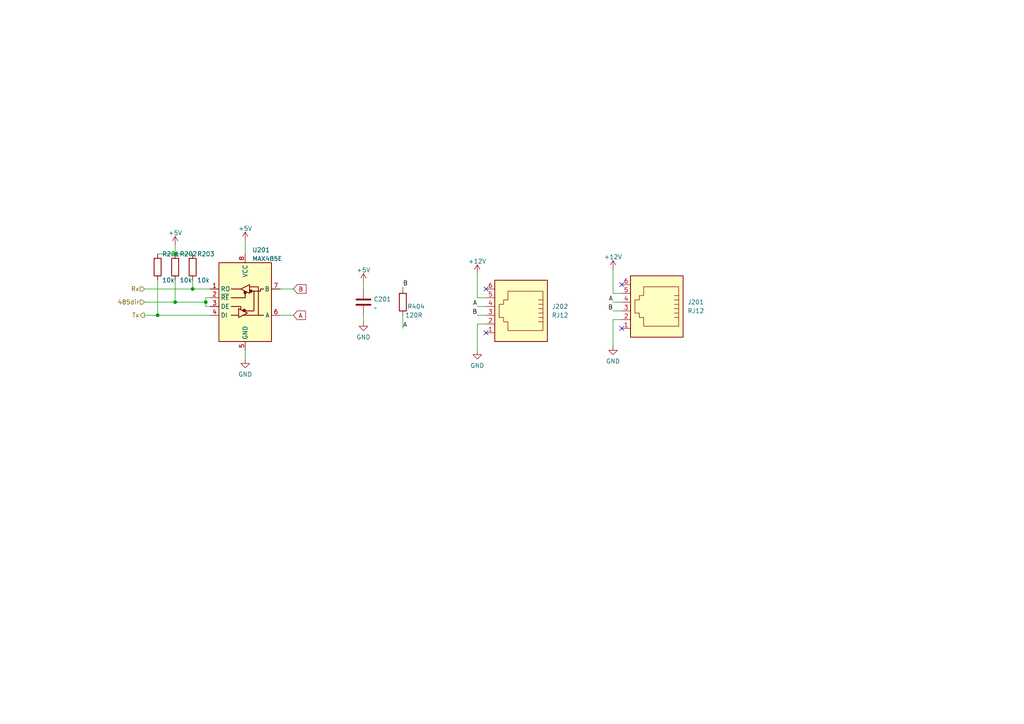
<source format=kicad_sch>
(kicad_sch (version 20211123) (generator eeschema)
  (paper "A4")
  (lib_symbols
    (symbol "Device:C" (pin_numbers hide) (pin_names (offset 0.254))
      (property "Reference" "C" (at 0.635 2.54 0))
      (property "Value" "C" (at 0.635 -2.54 0))
      (symbol "C_0_1"
        (polyline (pts (xy -2.032 -0.762) (xy 2.032 -0.762)) (stroke (width 0.508)))
        (polyline (pts (xy -2.032 0.762) (xy 2.032 0.762)) (stroke (width 0.508)))
      )
      (symbol "C_1_1"
        (pin passive line (at 0 3.81 270) (length 2.794) (name "~") (number "1"))
        (pin passive line (at 0 -3.81 90) (length 2.794) (name "~") (number "2"))
      )
    )
    (symbol "Device:R" (pin_numbers hide) (pin_names (offset 0))
      (property "Reference" "R" (at 2.032 0 90))
      (property "Value" "R" (at 0 0 90))
      (symbol "R_0_1"
        (rectangle (start -1.016 -2.54) (end 1.016 2.54) (stroke (width 0.254)))
      )
      (symbol "R_1_1"
        (pin passive line (at 0 3.81 270) (length 1.27) (name "~") (number "1"))
        (pin passive line (at 0 -3.81 90) (length 1.27) (name "~") (number "2"))
      )
    )
    (symbol "Interface_UART:MAX485E"
      (property "Reference" "U" (at -6.096 11.43 0))
      (property "Value" "MAX485E" (at 0.762 11.43 0))
      (symbol "MAX485E_0_1"
        (rectangle (start -7.62 10.16) (end 7.62 -12.7) (stroke (width 0.254)) (fill (type background)))
        (circle (center -0.3048 -3.683) (radius 0.3556) (stroke (width 0.254)) (fill (type outline)))
        (circle (center -0.0254 1.4986) (radius 0.3556) (stroke (width 0.254)) (fill (type outline)))
        (polyline (pts (xy -4.064 -5.08) (xy -1.905 -5.08)) (stroke (width 0.254)))
        (polyline (pts (xy -4.064 2.54) (xy -1.27 2.54)) (stroke (width 0.254)))
        (polyline (pts (xy -1.27 -3.2004) (xy -1.27 -3.4544)) (stroke (width 0.254)))
        (polyline (pts (xy -0.635 -5.08) (xy 5.334 -5.08)) (stroke (width 0.254)))
        (polyline (pts (xy -4.064 -2.54) (xy -1.27 -2.54) (xy -1.27 -3.175)) (stroke (width 0.254)))
        (polyline (pts (xy 0 1.27) (xy 0 0) (xy -4.064 0)) (stroke (width 0.254)))
        (polyline (pts (xy 1.27 3.175) (xy 3.81 3.175) (xy 3.81 -5.08)) (stroke (width 0.254)))
        (polyline (pts (xy 2.54 1.905) (xy 2.54 -3.81) (xy 0 -3.81)) (stroke (width 0.254)))
        (polyline (pts (xy -1.905 -3.175) (xy -1.905 -5.715) (xy 0.635 -4.445) (xy -1.905 -3.175)) (stroke (width 0.254)))
        (polyline (pts (xy -1.27 2.54) (xy 1.27 3.81) (xy 1.27 1.27) (xy -1.27 2.54)) (stroke (width 0.254)))
        (polyline (pts (xy 1.905 1.905) (xy 4.445 1.905) (xy 4.445 2.54) (xy 5.334 2.54)) (stroke (width 0.254)))
        (rectangle (start 1.27 3.175) (end 1.27 3.175))
        (circle (center 1.651 1.905) (radius 0.3556) (stroke (width 0.254)) (fill (type outline)))
      )
      (symbol "MAX485E_1_1"
        (pin output line (at -10.16 2.54 0) (length 2.54) (name "RO") (number "1"))
        (pin input line (at -10.16 0 0) (length 2.54) (name "~{RE}") (number "2"))
        (pin input line (at -10.16 -2.54 0) (length 2.54) (name "DE") (number "3"))
        (pin input line (at -10.16 -5.08 0) (length 2.54) (name "DI") (number "4"))
        (pin power_in line (at 0 -15.24 90) (length 2.54) (name "GND") (number "5"))
        (pin bidirectional line (at 10.16 -5.08 180) (length 2.54) (name "A") (number "6"))
        (pin bidirectional line (at 10.16 2.54 180) (length 2.54) (name "B") (number "7"))
        (pin power_in line (at 0 12.7 270) (length 2.54) (name "VCC") (number "8"))
      )
    )
    (symbol "custom_kicad_lib_sk:RJ12" (pin_names (offset 1.016))
      (property "Reference" "J" (at -5.08 11.43 0))
      (property "Value" "RJ12" (at 2.54 11.43 0))
      (symbol "RJ12_0_1"
        (polyline (pts (xy -6.35 -1.905) (xy -5.08 -1.905) (xy -5.08 -1.905)))
        (polyline (pts (xy -6.35 -0.635) (xy -5.08 -0.635) (xy -5.08 -0.635)))
        (polyline (pts (xy -6.35 0.635) (xy -5.08 0.635) (xy -5.08 0.635)))
        (polyline (pts (xy -6.35 1.905) (xy -5.08 1.905) (xy -5.08 1.905)))
        (polyline (pts (xy -6.35 3.175) (xy -5.08 3.175) (xy -5.08 3.175)))
        (polyline (pts (xy -5.08 4.445) (xy -6.35 4.445) (xy -6.35 4.445)))
        (polyline (pts (xy -6.35 -4.445) (xy -6.35 6.985) (xy 3.81 6.985) (xy 3.81 4.445) (xy 5.08 4.445) (xy 5.08 3.175) (xy 6.35 3.175) (xy 6.35 -0.635) (xy 5.08 -0.635) (xy 5.08 -1.905) (xy 3.81 -1.905) (xy 3.81 -4.445) (xy -6.35 -4.445) (xy -6.35 -4.445)))
        (rectangle (start 7.62 10.16) (end -7.62 -7.62) (stroke (width 0.254)) (fill (type background)))
      )
      (symbol "RJ12_1_1"
        (pin passive line (at 10.16 -5.08 180) (length 2.54) (name "~") (number "1"))
        (pin passive line (at 10.16 -2.54 180) (length 2.54) (name "~") (number "2"))
        (pin passive line (at 10.16 0 180) (length 2.54) (name "~") (number "3"))
        (pin passive line (at 10.16 2.54 180) (length 2.54) (name "~") (number "4"))
        (pin passive line (at 10.16 5.08 180) (length 2.54) (name "~") (number "5"))
        (pin passive line (at 10.16 7.62 180) (length 2.54) (name "~") (number "6"))
      )
    )
    (symbol "power:+12V" (power) (pin_names (offset 0))
      (property "Value" "+12V" (at 0 3.556 0))
      (symbol "+12V_0_1"
        (polyline (pts (xy -0.762 1.27) (xy 0 2.54)))
        (polyline (pts (xy 0 0) (xy 0 2.54)))
        (polyline (pts (xy 0 2.54) (xy 0.762 1.27)))
      )
      (symbol "+12V_1_1"
        (pin power_in line (at 0 0 90) (length 0) hide (name "+12V") (number "1"))
      )
    )
    (symbol "power:+5V" (power) (pin_names (offset 0))
      (property "Value" "+5V" (at 0 3.556 0))
      (symbol "+5V_0_1"
        (polyline (pts (xy -0.762 1.27) (xy 0 2.54)))
        (polyline (pts (xy 0 0) (xy 0 2.54)))
        (polyline (pts (xy 0 2.54) (xy 0.762 1.27)))
      )
      (symbol "+5V_1_1"
        (pin power_in line (at 0 0 90) (length 0) hide (name "+5V") (number "1"))
      )
    )
    (symbol "power:GND" (power) (pin_names (offset 0))
      (property "Value" "GND" (at 0 -3.81 0))
      (symbol "GND_0_1"
        (polyline (pts (xy 0 0) (xy 0 -1.27) (xy 1.27 -1.27) (xy 0 -2.54) (xy -1.27 -1.27) (xy 0 -1.27)))
      )
      (symbol "GND_1_1"
        (pin power_in line (at 0 0 270) (length 0) hide (name "GND") (number "1"))
      )
    )
  )
  (junction (at 50.8 87.63))
  (junction (at 50.8 73.66))
  (junction (at 55.88 83.82))
  (junction (at 45.72 91.44))
  (junction (at 59.69 87.63))
  (no_connect (at 140.97 83.82))
  (no_connect (at 180.34 95.25))
  (no_connect (at 140.97 96.52))
  (no_connect (at 180.34 82.55))
  (wire (pts (xy 59.69 86.36) (xy 60.96 86.36)))
  (wire (pts (xy 177.8 85.09) (xy 177.8 78.105)))
  (wire (pts (xy 177.8 100.33) (xy 177.8 92.71)))
  (wire (pts (xy 105.41 91.44) (xy 105.41 93.345)))
  (wire (pts (xy 41.91 87.63) (xy 50.8 87.63)))
  (wire (pts (xy 41.91 83.82) (xy 55.88 83.82)))
  (wire (pts (xy 45.72 81.28) (xy 45.72 91.44)))
  (wire (pts (xy 140.97 88.9) (xy 138.43 88.9)))
  (wire (pts (xy 45.72 73.66) (xy 50.8 73.66)))
  (wire (pts (xy 81.28 91.44) (xy 85.09 91.44)))
  (wire (pts (xy 71.12 69.85) (xy 71.12 73.66)))
  (wire (pts (xy 50.8 73.66) (xy 55.88 73.66)))
  (wire (pts (xy 180.34 87.63) (xy 177.8 87.63)))
  (wire (pts (xy 116.84 91.44) (xy 116.84 95.25)))
  (wire (pts (xy 59.69 87.63) (xy 59.69 88.9)))
  (wire (pts (xy 140.97 91.44) (xy 138.43 91.44)))
  (wire (pts (xy 105.41 81.915) (xy 105.41 83.82)))
  (wire (pts (xy 71.12 101.6) (xy 71.12 104.14)))
  (wire (pts (xy 50.8 81.28) (xy 50.8 87.63)))
  (wire (pts (xy 180.34 85.09) (xy 177.8 85.09)))
  (wire (pts (xy 138.43 86.36) (xy 138.43 79.375)))
  (wire (pts (xy 45.72 91.44) (xy 60.96 91.44)))
  (wire (pts (xy 138.43 93.98) (xy 140.97 93.98)))
  (wire (pts (xy 116.84 83.185) (xy 116.84 83.82)))
  (wire (pts (xy 55.88 83.82) (xy 60.96 83.82)))
  (wire (pts (xy 81.28 83.82) (xy 85.09 83.82)))
  (wire (pts (xy 138.43 101.6) (xy 138.43 93.98)))
  (wire (pts (xy 50.8 71.12) (xy 50.8 73.66)))
  (wire (pts (xy 41.91 91.44) (xy 45.72 91.44)))
  (wire (pts (xy 180.34 90.17) (xy 177.8 90.17)))
  (wire (pts (xy 177.8 92.71) (xy 180.34 92.71)))
  (wire (pts (xy 59.69 86.36) (xy 59.69 87.63)))
  (wire (pts (xy 50.8 87.63) (xy 59.69 87.63)))
  (wire (pts (xy 59.69 88.9) (xy 60.96 88.9)))
  (wire (pts (xy 55.88 81.28) (xy 55.88 83.82)))
  (wire (pts (xy 140.97 86.36) (xy 138.43 86.36)))
  (label "A" (at 177.8 87.63 180))
  (label "B" (at 138.43 91.44 180))
  (label "B" (at 177.8 90.17 180))
  (label "B" (at 116.84 83.185 0))
  (label "A" (at 116.84 95.25 0))
  (label "A" (at 138.43 88.9 180))
  (global_label "A" (shape input) (at 85.09 91.44 0) (property "Intersheet References" "${INTERSHEET_REFS}" (effects hide)))
  (global_label "B" (shape input) (at 85.09 83.82 0) (property "Intersheet References" "${INTERSHEET_REFS}" (effects hide)))
  (hierarchical_label "485dir" (shape input) (at 41.91 87.63 180))
  (hierarchical_label "Rx" (shape input) (at 41.91 83.82 180))
  (hierarchical_label "Tx" (shape output) (at 41.91 91.44 180))
  (symbol (lib_id "Device:R") (at 116.84 87.63 180) (unit 1)
    (property "Reference" "R404" (at 118.11 88.9 0) (effects (justify right)))
    (property "Value" "120R" (at 117.475 91.44 0) (effects (justify right)))
    (property "Footprint" "Resistor_THT:R_Axial_DIN0204_L3.6mm_D1.6mm_P7.62mm_Horizontal" (effects hide))
    (property "Datasheet" "C17437" (effects hide))
  )
  (symbol (lib_id "Device:R") (at 45.72 77.47 0) (unit 1)
    (property "Reference" "R201" (at 46.99 73.66 0) (effects (justify left)))
    (property "Value" "10k" (at 46.99 81.28 0) (effects (justify left)))
    (property "Footprint" "Resistor_THT:R_Axial_DIN0204_L3.6mm_D1.6mm_P7.62mm_Horizontal" (effects hide))
    (property "JLCPCB Part#" "C25744" (effects hide))
  )
  (symbol (lib_id "power:GND") (at 177.8 100.33 0) (unit 1)
    (property "Reference" "#PWR0409" (effects hide))
    (property "Value" "GND" (at 177.8 104.7734 0))
  )
  (symbol (lib_id "power:+12V") (at 138.43 79.375 0) (unit 1)
    (property "Reference" "#PWR0406" (effects hide))
    (property "Value" "+12V" (at 138.43 75.7992 0))
  )
  (symbol (lib_id "power:+5V") (at 50.8 71.12 0) (unit 1)
    (property "Reference" "#PWR0106" (effects hide))
    (property "Value" "+5V" (at 50.8 67.5442 0))
  )
  (symbol (lib_id "Device:R") (at 55.88 77.47 0) (unit 1)
    (property "Reference" "R203" (at 57.15 73.66 0) (effects (justify left)))
    (property "Value" "10k" (at 57.15 81.28 0) (effects (justify left)))
    (property "Footprint" "Resistor_THT:R_Axial_DIN0204_L3.6mm_D1.6mm_P7.62mm_Horizontal" (effects hide))
    (property "JLCPCB Part#" "C25744" (effects hide))
  )
  (symbol (lib_id "Interface_UART:MAX485E") (at 71.12 86.36 0) (unit 1)
    (property "Reference" "U201" (at 73.1394 72.5002 0) (effects (justify left)))
    (property "Value" "MAX485E" (at 73.1394 75.0371 0) (effects (justify left)))
    (property "Footprint" "Package_DIP:DIP-8_W7.62mm" (effects hide))
    (property "Datasheet" "https://datasheets.maximintegrated.com/en/ds/MAX1487E-MAX491E.pdf" (effects hide))
    (property "JLCPCB Part#" "C668206" (effects hide))
  )
  (symbol (lib_id "custom_kicad_lib_sk:RJ12") (at 151.13 91.44 0) (mirror y) (unit 1)
    (property "Reference" "J202" (at 160.02 88.8999 0) (effects (justify right)))
    (property "Value" "RJ12" (at 160.02 91.4399 0) (effects (justify right)))
    (property "Footprint" "custom_kicad_lib_sk:RJ12" (effects hide))
  )
  (symbol (lib_id "power:GND") (at 138.43 101.6 0) (unit 1)
    (property "Reference" "#PWR0407" (effects hide))
    (property "Value" "GND" (at 138.43 106.0434 0))
  )
  (symbol (lib_id "power:+5V") (at 105.41 81.915 0) (unit 1)
    (property "Reference" "#PWR0109" (effects hide))
    (property "Value" "+5V" (at 105.41 78.3392 0))
  )
  (symbol (lib_id "custom_kicad_lib_sk:RJ12") (at 190.5 90.17 0) (mirror y) (unit 1)
    (property "Reference" "J201" (at 199.39 87.6299 0) (effects (justify right)))
    (property "Value" "RJ12" (at 199.39 90.1699 0) (effects (justify right)))
    (property "Footprint" "custom_kicad_lib_sk:RJ12" (effects hide))
  )
  (symbol (lib_id "Device:R") (at 50.8 77.47 0) (unit 1)
    (property "Reference" "R202" (at 52.07 73.66 0) (effects (justify left)))
    (property "Value" "10k" (at 52.07 81.28 0) (effects (justify left)))
    (property "Footprint" "Resistor_THT:R_Axial_DIN0204_L3.6mm_D1.6mm_P7.62mm_Horizontal" (effects hide))
    (property "JLCPCB Part#" "C25744" (effects hide))
  )
  (symbol (lib_id "power:GND") (at 71.12 104.14 0) (unit 1)
    (property "Reference" "#PWR0108" (effects hide))
    (property "Value" "GND" (at 71.12 108.5834 0))
  )
  (symbol (lib_id "power:+12V") (at 177.8 78.105 0) (unit 1)
    (property "Reference" "#PWR0408" (effects hide))
    (property "Value" "+12V" (at 177.8 74.5292 0))
  )
  (symbol (lib_id "power:GND") (at 105.41 93.345 0) (unit 1)
    (property "Reference" "#PWR0110" (effects hide))
    (property "Value" "GND" (at 105.41 97.7884 0))
  )
  (symbol (lib_id "power:+5V") (at 71.12 69.85 0) (unit 1)
    (property "Reference" "#PWR0107" (effects hide))
    (property "Value" "+5V" (at 71.12 66.2742 0))
  )
  (symbol (lib_id "Device:C") (at 105.41 87.63 0) (unit 1)
    (property "Reference" "C201" (at 108.331 86.7953 0) (effects (justify left)))
    (property "Value" "~" (at 108.331 89.3322 0) (effects (justify left)))
    (property "Footprint" "Capacitor_THT:C_Disc_D3.0mm_W1.6mm_P2.50mm" (effects hide))
    (property "JLCPCB Part#" "C14663" (effects hide))
  )
)
</source>
